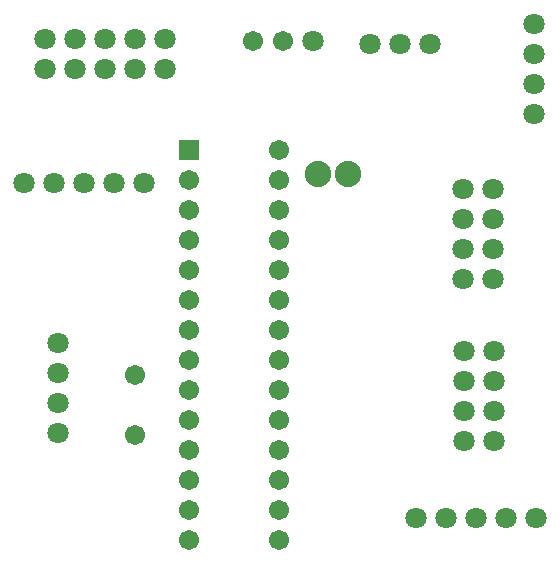
<source format=gbs>
G04 Layer: BottomSolderMaskLayer*
G04 EasyEDA v5.9.42, Sun, 03 Mar 2019 13:32:01 GMT*
G04 8358539c5ca44937bce32fba3cbe82d4*
G04 Gerber Generator version 0.2*
G04 Scale: 100 percent, Rotated: No, Reflected: No *
G04 Dimensions in millimeters *
G04 leading zeros omitted , absolute positions ,3 integer and 3 decimal *
%FSLAX33Y33*%
%MOMM*%
G90*
G71D02*

%ADD23C,2.235200*%
%ADD24C,1.703197*%
%ADD25R,1.703197X1.703197*%
%ADD26C,1.803197*%

%LPD*%
G54D23*
G01X29972Y33997D03*
G01X27391Y33997D03*
G54D24*
G01X11938Y16979D03*
G01X11938Y11899D03*
G01X24130Y3009D03*
G01X24130Y5549D03*
G01X24130Y8089D03*
G01X24130Y10629D03*
G01X24130Y13169D03*
G01X24130Y15709D03*
G01X24130Y18249D03*
G01X24130Y20789D03*
G01X24130Y23329D03*
G01X24130Y25869D03*
G01X24130Y28409D03*
G01X24130Y30949D03*
G01X24130Y33489D03*
G01X24130Y36029D03*
G01X16510Y3009D03*
G01X16510Y5549D03*
G01X16510Y8089D03*
G01X16510Y10629D03*
G01X16510Y13169D03*
G01X16510Y15709D03*
G01X16510Y18249D03*
G01X16510Y20789D03*
G01X16510Y23329D03*
G01X16510Y25869D03*
G01X16510Y28409D03*
G01X16510Y30949D03*
G01X16510Y33489D03*
G54D25*
G01X16510Y36029D03*
G54D26*
G01X45707Y41611D03*
G01X45707Y44151D03*
G01X45707Y39071D03*
G01X45707Y46691D03*
G01X35740Y4823D03*
G01X38280Y4823D03*
G01X40820Y4823D03*
G01X43360Y4823D03*
G01X45900Y4823D03*
G01X39673Y30185D03*
G01X42213Y30185D03*
G01X39673Y27645D03*
G01X42213Y27645D03*
G01X39673Y25105D03*
G01X42213Y25105D03*
G01X39673Y32725D03*
G01X42213Y32725D03*
G01X39757Y16469D03*
G01X42297Y16469D03*
G01X39757Y13929D03*
G01X42297Y13929D03*
G01X39757Y11389D03*
G01X42297Y11389D03*
G01X39757Y19009D03*
G01X42297Y19009D03*
G01X26982Y45209D03*
G54D24*
G01X21902Y45209D03*
G01X24442Y45209D03*
G54D26*
G01X31865Y44955D03*
G01X34405Y44955D03*
G01X36945Y44955D03*
G01X5080Y33235D03*
G01X7620Y33235D03*
G01X10160Y33235D03*
G01X2540Y33235D03*
G01X12700Y33235D03*
G01X6858Y42879D03*
G01X6858Y45419D03*
G01X9398Y42879D03*
G01X9398Y45419D03*
G01X11938Y42879D03*
G01X11938Y45419D03*
G01X4318Y42879D03*
G01X4318Y45419D03*
G01X14478Y42879D03*
G01X14478Y45419D03*
G01X5427Y12062D03*
G01X5427Y14602D03*
G01X5427Y17142D03*
G01X5427Y19682D03*
M00*
M02*

</source>
